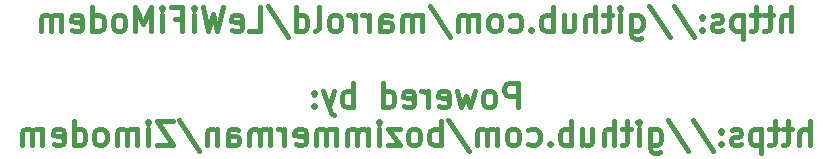
<source format=gbr>
%TF.GenerationSoftware,KiCad,Pcbnew,(6.0.11)*%
%TF.CreationDate,2024-01-03T20:32:58+00:00*%
%TF.ProjectId,LeWiFiModemCase,4c655769-4669-44d6-9f64-656d43617365,rev?*%
%TF.SameCoordinates,Original*%
%TF.FileFunction,Legend,Bot*%
%TF.FilePolarity,Positive*%
%FSLAX46Y46*%
G04 Gerber Fmt 4.6, Leading zero omitted, Abs format (unit mm)*
G04 Created by KiCad (PCBNEW (6.0.11)) date 2024-01-03 20:32:58*
%MOMM*%
%LPD*%
G01*
G04 APERTURE LIST*
%ADD10C,0.400000*%
G04 APERTURE END LIST*
D10*
X181954404Y-81929761D02*
X181954404Y-79929761D01*
X181097261Y-81929761D02*
X181097261Y-80882142D01*
X181192500Y-80691666D01*
X181382976Y-80596428D01*
X181668690Y-80596428D01*
X181859166Y-80691666D01*
X181954404Y-80786904D01*
X180430595Y-80596428D02*
X179668690Y-80596428D01*
X180144880Y-79929761D02*
X180144880Y-81644047D01*
X180049642Y-81834523D01*
X179859166Y-81929761D01*
X179668690Y-81929761D01*
X179287738Y-80596428D02*
X178525833Y-80596428D01*
X179002023Y-79929761D02*
X179002023Y-81644047D01*
X178906785Y-81834523D01*
X178716309Y-81929761D01*
X178525833Y-81929761D01*
X177859166Y-80596428D02*
X177859166Y-82596428D01*
X177859166Y-80691666D02*
X177668690Y-80596428D01*
X177287738Y-80596428D01*
X177097261Y-80691666D01*
X177002023Y-80786904D01*
X176906785Y-80977380D01*
X176906785Y-81548809D01*
X177002023Y-81739285D01*
X177097261Y-81834523D01*
X177287738Y-81929761D01*
X177668690Y-81929761D01*
X177859166Y-81834523D01*
X176144880Y-81834523D02*
X175954404Y-81929761D01*
X175573452Y-81929761D01*
X175382976Y-81834523D01*
X175287738Y-81644047D01*
X175287738Y-81548809D01*
X175382976Y-81358333D01*
X175573452Y-81263095D01*
X175859166Y-81263095D01*
X176049642Y-81167857D01*
X176144880Y-80977380D01*
X176144880Y-80882142D01*
X176049642Y-80691666D01*
X175859166Y-80596428D01*
X175573452Y-80596428D01*
X175382976Y-80691666D01*
X174430595Y-81739285D02*
X174335357Y-81834523D01*
X174430595Y-81929761D01*
X174525833Y-81834523D01*
X174430595Y-81739285D01*
X174430595Y-81929761D01*
X174430595Y-80691666D02*
X174335357Y-80786904D01*
X174430595Y-80882142D01*
X174525833Y-80786904D01*
X174430595Y-80691666D01*
X174430595Y-80882142D01*
X172049642Y-79834523D02*
X173763928Y-82405952D01*
X169954404Y-79834523D02*
X171668690Y-82405952D01*
X168430595Y-80596428D02*
X168430595Y-82215476D01*
X168525833Y-82405952D01*
X168621071Y-82501190D01*
X168811547Y-82596428D01*
X169097261Y-82596428D01*
X169287738Y-82501190D01*
X168430595Y-81834523D02*
X168621071Y-81929761D01*
X169002023Y-81929761D01*
X169192500Y-81834523D01*
X169287738Y-81739285D01*
X169382976Y-81548809D01*
X169382976Y-80977380D01*
X169287738Y-80786904D01*
X169192500Y-80691666D01*
X169002023Y-80596428D01*
X168621071Y-80596428D01*
X168430595Y-80691666D01*
X167478214Y-81929761D02*
X167478214Y-80596428D01*
X167478214Y-79929761D02*
X167573452Y-80025000D01*
X167478214Y-80120238D01*
X167382976Y-80025000D01*
X167478214Y-79929761D01*
X167478214Y-80120238D01*
X166811547Y-80596428D02*
X166049642Y-80596428D01*
X166525833Y-79929761D02*
X166525833Y-81644047D01*
X166430595Y-81834523D01*
X166240119Y-81929761D01*
X166049642Y-81929761D01*
X165382976Y-81929761D02*
X165382976Y-79929761D01*
X164525833Y-81929761D02*
X164525833Y-80882142D01*
X164621071Y-80691666D01*
X164811547Y-80596428D01*
X165097261Y-80596428D01*
X165287738Y-80691666D01*
X165382976Y-80786904D01*
X162716309Y-80596428D02*
X162716309Y-81929761D01*
X163573452Y-80596428D02*
X163573452Y-81644047D01*
X163478214Y-81834523D01*
X163287738Y-81929761D01*
X163002023Y-81929761D01*
X162811547Y-81834523D01*
X162716309Y-81739285D01*
X161763928Y-81929761D02*
X161763928Y-79929761D01*
X161763928Y-80691666D02*
X161573452Y-80596428D01*
X161192500Y-80596428D01*
X161002023Y-80691666D01*
X160906785Y-80786904D01*
X160811547Y-80977380D01*
X160811547Y-81548809D01*
X160906785Y-81739285D01*
X161002023Y-81834523D01*
X161192500Y-81929761D01*
X161573452Y-81929761D01*
X161763928Y-81834523D01*
X159954404Y-81739285D02*
X159859166Y-81834523D01*
X159954404Y-81929761D01*
X160049642Y-81834523D01*
X159954404Y-81739285D01*
X159954404Y-81929761D01*
X158144880Y-81834523D02*
X158335357Y-81929761D01*
X158716309Y-81929761D01*
X158906785Y-81834523D01*
X159002023Y-81739285D01*
X159097261Y-81548809D01*
X159097261Y-80977380D01*
X159002023Y-80786904D01*
X158906785Y-80691666D01*
X158716309Y-80596428D01*
X158335357Y-80596428D01*
X158144880Y-80691666D01*
X157002023Y-81929761D02*
X157192500Y-81834523D01*
X157287738Y-81739285D01*
X157382976Y-81548809D01*
X157382976Y-80977380D01*
X157287738Y-80786904D01*
X157192500Y-80691666D01*
X157002023Y-80596428D01*
X156716309Y-80596428D01*
X156525833Y-80691666D01*
X156430595Y-80786904D01*
X156335357Y-80977380D01*
X156335357Y-81548809D01*
X156430595Y-81739285D01*
X156525833Y-81834523D01*
X156716309Y-81929761D01*
X157002023Y-81929761D01*
X155478214Y-81929761D02*
X155478214Y-80596428D01*
X155478214Y-80786904D02*
X155382976Y-80691666D01*
X155192500Y-80596428D01*
X154906785Y-80596428D01*
X154716309Y-80691666D01*
X154621071Y-80882142D01*
X154621071Y-81929761D01*
X154621071Y-80882142D02*
X154525833Y-80691666D01*
X154335357Y-80596428D01*
X154049642Y-80596428D01*
X153859166Y-80691666D01*
X153763928Y-80882142D01*
X153763928Y-81929761D01*
X151382976Y-79834523D02*
X153097261Y-82405952D01*
X150716309Y-81929761D02*
X150716309Y-80596428D01*
X150716309Y-80786904D02*
X150621071Y-80691666D01*
X150430595Y-80596428D01*
X150144880Y-80596428D01*
X149954404Y-80691666D01*
X149859166Y-80882142D01*
X149859166Y-81929761D01*
X149859166Y-80882142D02*
X149763928Y-80691666D01*
X149573452Y-80596428D01*
X149287738Y-80596428D01*
X149097261Y-80691666D01*
X149002023Y-80882142D01*
X149002023Y-81929761D01*
X147192500Y-81929761D02*
X147192500Y-80882142D01*
X147287738Y-80691666D01*
X147478214Y-80596428D01*
X147859166Y-80596428D01*
X148049642Y-80691666D01*
X147192500Y-81834523D02*
X147382976Y-81929761D01*
X147859166Y-81929761D01*
X148049642Y-81834523D01*
X148144880Y-81644047D01*
X148144880Y-81453571D01*
X148049642Y-81263095D01*
X147859166Y-81167857D01*
X147382976Y-81167857D01*
X147192500Y-81072619D01*
X146240119Y-81929761D02*
X146240119Y-80596428D01*
X146240119Y-80977380D02*
X146144880Y-80786904D01*
X146049642Y-80691666D01*
X145859166Y-80596428D01*
X145668690Y-80596428D01*
X145002023Y-81929761D02*
X145002023Y-80596428D01*
X145002023Y-80977380D02*
X144906785Y-80786904D01*
X144811547Y-80691666D01*
X144621071Y-80596428D01*
X144430595Y-80596428D01*
X143478214Y-81929761D02*
X143668690Y-81834523D01*
X143763928Y-81739285D01*
X143859166Y-81548809D01*
X143859166Y-80977380D01*
X143763928Y-80786904D01*
X143668690Y-80691666D01*
X143478214Y-80596428D01*
X143192500Y-80596428D01*
X143002023Y-80691666D01*
X142906785Y-80786904D01*
X142811547Y-80977380D01*
X142811547Y-81548809D01*
X142906785Y-81739285D01*
X143002023Y-81834523D01*
X143192500Y-81929761D01*
X143478214Y-81929761D01*
X141668690Y-81929761D02*
X141859166Y-81834523D01*
X141954404Y-81644047D01*
X141954404Y-79929761D01*
X140049642Y-81929761D02*
X140049642Y-79929761D01*
X140049642Y-81834523D02*
X140240119Y-81929761D01*
X140621071Y-81929761D01*
X140811547Y-81834523D01*
X140906785Y-81739285D01*
X141002023Y-81548809D01*
X141002023Y-80977380D01*
X140906785Y-80786904D01*
X140811547Y-80691666D01*
X140621071Y-80596428D01*
X140240119Y-80596428D01*
X140049642Y-80691666D01*
X137668690Y-79834523D02*
X139382976Y-82405952D01*
X136049642Y-81929761D02*
X137002023Y-81929761D01*
X137002023Y-79929761D01*
X134621071Y-81834523D02*
X134811547Y-81929761D01*
X135192500Y-81929761D01*
X135382976Y-81834523D01*
X135478214Y-81644047D01*
X135478214Y-80882142D01*
X135382976Y-80691666D01*
X135192500Y-80596428D01*
X134811547Y-80596428D01*
X134621071Y-80691666D01*
X134525833Y-80882142D01*
X134525833Y-81072619D01*
X135478214Y-81263095D01*
X133859166Y-79929761D02*
X133382976Y-81929761D01*
X133002023Y-80501190D01*
X132621071Y-81929761D01*
X132144880Y-79929761D01*
X131382976Y-81929761D02*
X131382976Y-80596428D01*
X131382976Y-79929761D02*
X131478214Y-80025000D01*
X131382976Y-80120238D01*
X131287738Y-80025000D01*
X131382976Y-79929761D01*
X131382976Y-80120238D01*
X129763928Y-80882142D02*
X130430595Y-80882142D01*
X130430595Y-81929761D02*
X130430595Y-79929761D01*
X129478214Y-79929761D01*
X128716309Y-81929761D02*
X128716309Y-80596428D01*
X128716309Y-79929761D02*
X128811547Y-80025000D01*
X128716309Y-80120238D01*
X128621071Y-80025000D01*
X128716309Y-79929761D01*
X128716309Y-80120238D01*
X127763928Y-81929761D02*
X127763928Y-79929761D01*
X127097261Y-81358333D01*
X126430595Y-79929761D01*
X126430595Y-81929761D01*
X125192500Y-81929761D02*
X125382976Y-81834523D01*
X125478214Y-81739285D01*
X125573452Y-81548809D01*
X125573452Y-80977380D01*
X125478214Y-80786904D01*
X125382976Y-80691666D01*
X125192500Y-80596428D01*
X124906785Y-80596428D01*
X124716309Y-80691666D01*
X124621071Y-80786904D01*
X124525833Y-80977380D01*
X124525833Y-81548809D01*
X124621071Y-81739285D01*
X124716309Y-81834523D01*
X124906785Y-81929761D01*
X125192500Y-81929761D01*
X122811547Y-81929761D02*
X122811547Y-79929761D01*
X122811547Y-81834523D02*
X123002023Y-81929761D01*
X123382976Y-81929761D01*
X123573452Y-81834523D01*
X123668690Y-81739285D01*
X123763928Y-81548809D01*
X123763928Y-80977380D01*
X123668690Y-80786904D01*
X123573452Y-80691666D01*
X123382976Y-80596428D01*
X123002023Y-80596428D01*
X122811547Y-80691666D01*
X121097261Y-81834523D02*
X121287738Y-81929761D01*
X121668690Y-81929761D01*
X121859166Y-81834523D01*
X121954404Y-81644047D01*
X121954404Y-80882142D01*
X121859166Y-80691666D01*
X121668690Y-80596428D01*
X121287738Y-80596428D01*
X121097261Y-80691666D01*
X121002023Y-80882142D01*
X121002023Y-81072619D01*
X121954404Y-81263095D01*
X120144880Y-81929761D02*
X120144880Y-80596428D01*
X120144880Y-80786904D02*
X120049642Y-80691666D01*
X119859166Y-80596428D01*
X119573452Y-80596428D01*
X119382976Y-80691666D01*
X119287738Y-80882142D01*
X119287738Y-81929761D01*
X119287738Y-80882142D02*
X119192500Y-80691666D01*
X119002023Y-80596428D01*
X118716309Y-80596428D01*
X118525833Y-80691666D01*
X118430595Y-80882142D01*
X118430595Y-81929761D01*
X158811547Y-88369761D02*
X158811547Y-86369761D01*
X158049642Y-86369761D01*
X157859166Y-86465000D01*
X157763928Y-86560238D01*
X157668690Y-86750714D01*
X157668690Y-87036428D01*
X157763928Y-87226904D01*
X157859166Y-87322142D01*
X158049642Y-87417380D01*
X158811547Y-87417380D01*
X156525833Y-88369761D02*
X156716309Y-88274523D01*
X156811547Y-88179285D01*
X156906785Y-87988809D01*
X156906785Y-87417380D01*
X156811547Y-87226904D01*
X156716309Y-87131666D01*
X156525833Y-87036428D01*
X156240119Y-87036428D01*
X156049642Y-87131666D01*
X155954404Y-87226904D01*
X155859166Y-87417380D01*
X155859166Y-87988809D01*
X155954404Y-88179285D01*
X156049642Y-88274523D01*
X156240119Y-88369761D01*
X156525833Y-88369761D01*
X155192500Y-87036428D02*
X154811547Y-88369761D01*
X154430595Y-87417380D01*
X154049642Y-88369761D01*
X153668690Y-87036428D01*
X152144880Y-88274523D02*
X152335357Y-88369761D01*
X152716309Y-88369761D01*
X152906785Y-88274523D01*
X153002023Y-88084047D01*
X153002023Y-87322142D01*
X152906785Y-87131666D01*
X152716309Y-87036428D01*
X152335357Y-87036428D01*
X152144880Y-87131666D01*
X152049642Y-87322142D01*
X152049642Y-87512619D01*
X153002023Y-87703095D01*
X151192500Y-88369761D02*
X151192500Y-87036428D01*
X151192500Y-87417380D02*
X151097261Y-87226904D01*
X151002023Y-87131666D01*
X150811547Y-87036428D01*
X150621071Y-87036428D01*
X149192500Y-88274523D02*
X149382976Y-88369761D01*
X149763928Y-88369761D01*
X149954404Y-88274523D01*
X150049642Y-88084047D01*
X150049642Y-87322142D01*
X149954404Y-87131666D01*
X149763928Y-87036428D01*
X149382976Y-87036428D01*
X149192500Y-87131666D01*
X149097261Y-87322142D01*
X149097261Y-87512619D01*
X150049642Y-87703095D01*
X147382976Y-88369761D02*
X147382976Y-86369761D01*
X147382976Y-88274523D02*
X147573452Y-88369761D01*
X147954404Y-88369761D01*
X148144880Y-88274523D01*
X148240119Y-88179285D01*
X148335357Y-87988809D01*
X148335357Y-87417380D01*
X148240119Y-87226904D01*
X148144880Y-87131666D01*
X147954404Y-87036428D01*
X147573452Y-87036428D01*
X147382976Y-87131666D01*
X144906785Y-88369761D02*
X144906785Y-86369761D01*
X144906785Y-87131666D02*
X144716309Y-87036428D01*
X144335357Y-87036428D01*
X144144880Y-87131666D01*
X144049642Y-87226904D01*
X143954404Y-87417380D01*
X143954404Y-87988809D01*
X144049642Y-88179285D01*
X144144880Y-88274523D01*
X144335357Y-88369761D01*
X144716309Y-88369761D01*
X144906785Y-88274523D01*
X143287738Y-87036428D02*
X142811547Y-88369761D01*
X142335357Y-87036428D02*
X142811547Y-88369761D01*
X143002023Y-88845952D01*
X143097261Y-88941190D01*
X143287738Y-89036428D01*
X141573452Y-88179285D02*
X141478214Y-88274523D01*
X141573452Y-88369761D01*
X141668690Y-88274523D01*
X141573452Y-88179285D01*
X141573452Y-88369761D01*
X141573452Y-87131666D02*
X141478214Y-87226904D01*
X141573452Y-87322142D01*
X141668690Y-87226904D01*
X141573452Y-87131666D01*
X141573452Y-87322142D01*
X183525833Y-91589761D02*
X183525833Y-89589761D01*
X182668690Y-91589761D02*
X182668690Y-90542142D01*
X182763928Y-90351666D01*
X182954404Y-90256428D01*
X183240119Y-90256428D01*
X183430595Y-90351666D01*
X183525833Y-90446904D01*
X182002023Y-90256428D02*
X181240119Y-90256428D01*
X181716309Y-89589761D02*
X181716309Y-91304047D01*
X181621071Y-91494523D01*
X181430595Y-91589761D01*
X181240119Y-91589761D01*
X180859166Y-90256428D02*
X180097261Y-90256428D01*
X180573452Y-89589761D02*
X180573452Y-91304047D01*
X180478214Y-91494523D01*
X180287738Y-91589761D01*
X180097261Y-91589761D01*
X179430595Y-90256428D02*
X179430595Y-92256428D01*
X179430595Y-90351666D02*
X179240119Y-90256428D01*
X178859166Y-90256428D01*
X178668690Y-90351666D01*
X178573452Y-90446904D01*
X178478214Y-90637380D01*
X178478214Y-91208809D01*
X178573452Y-91399285D01*
X178668690Y-91494523D01*
X178859166Y-91589761D01*
X179240119Y-91589761D01*
X179430595Y-91494523D01*
X177716309Y-91494523D02*
X177525833Y-91589761D01*
X177144880Y-91589761D01*
X176954404Y-91494523D01*
X176859166Y-91304047D01*
X176859166Y-91208809D01*
X176954404Y-91018333D01*
X177144880Y-90923095D01*
X177430595Y-90923095D01*
X177621071Y-90827857D01*
X177716309Y-90637380D01*
X177716309Y-90542142D01*
X177621071Y-90351666D01*
X177430595Y-90256428D01*
X177144880Y-90256428D01*
X176954404Y-90351666D01*
X176002023Y-91399285D02*
X175906785Y-91494523D01*
X176002023Y-91589761D01*
X176097261Y-91494523D01*
X176002023Y-91399285D01*
X176002023Y-91589761D01*
X176002023Y-90351666D02*
X175906785Y-90446904D01*
X176002023Y-90542142D01*
X176097261Y-90446904D01*
X176002023Y-90351666D01*
X176002023Y-90542142D01*
X173621071Y-89494523D02*
X175335357Y-92065952D01*
X171525833Y-89494523D02*
X173240119Y-92065952D01*
X170002023Y-90256428D02*
X170002023Y-91875476D01*
X170097261Y-92065952D01*
X170192500Y-92161190D01*
X170382976Y-92256428D01*
X170668690Y-92256428D01*
X170859166Y-92161190D01*
X170002023Y-91494523D02*
X170192500Y-91589761D01*
X170573452Y-91589761D01*
X170763928Y-91494523D01*
X170859166Y-91399285D01*
X170954404Y-91208809D01*
X170954404Y-90637380D01*
X170859166Y-90446904D01*
X170763928Y-90351666D01*
X170573452Y-90256428D01*
X170192500Y-90256428D01*
X170002023Y-90351666D01*
X169049642Y-91589761D02*
X169049642Y-90256428D01*
X169049642Y-89589761D02*
X169144880Y-89685000D01*
X169049642Y-89780238D01*
X168954404Y-89685000D01*
X169049642Y-89589761D01*
X169049642Y-89780238D01*
X168382976Y-90256428D02*
X167621071Y-90256428D01*
X168097261Y-89589761D02*
X168097261Y-91304047D01*
X168002023Y-91494523D01*
X167811547Y-91589761D01*
X167621071Y-91589761D01*
X166954404Y-91589761D02*
X166954404Y-89589761D01*
X166097261Y-91589761D02*
X166097261Y-90542142D01*
X166192500Y-90351666D01*
X166382976Y-90256428D01*
X166668690Y-90256428D01*
X166859166Y-90351666D01*
X166954404Y-90446904D01*
X164287738Y-90256428D02*
X164287738Y-91589761D01*
X165144880Y-90256428D02*
X165144880Y-91304047D01*
X165049642Y-91494523D01*
X164859166Y-91589761D01*
X164573452Y-91589761D01*
X164382976Y-91494523D01*
X164287738Y-91399285D01*
X163335357Y-91589761D02*
X163335357Y-89589761D01*
X163335357Y-90351666D02*
X163144880Y-90256428D01*
X162763928Y-90256428D01*
X162573452Y-90351666D01*
X162478214Y-90446904D01*
X162382976Y-90637380D01*
X162382976Y-91208809D01*
X162478214Y-91399285D01*
X162573452Y-91494523D01*
X162763928Y-91589761D01*
X163144880Y-91589761D01*
X163335357Y-91494523D01*
X161525833Y-91399285D02*
X161430595Y-91494523D01*
X161525833Y-91589761D01*
X161621071Y-91494523D01*
X161525833Y-91399285D01*
X161525833Y-91589761D01*
X159716309Y-91494523D02*
X159906785Y-91589761D01*
X160287738Y-91589761D01*
X160478214Y-91494523D01*
X160573452Y-91399285D01*
X160668690Y-91208809D01*
X160668690Y-90637380D01*
X160573452Y-90446904D01*
X160478214Y-90351666D01*
X160287738Y-90256428D01*
X159906785Y-90256428D01*
X159716309Y-90351666D01*
X158573452Y-91589761D02*
X158763928Y-91494523D01*
X158859166Y-91399285D01*
X158954404Y-91208809D01*
X158954404Y-90637380D01*
X158859166Y-90446904D01*
X158763928Y-90351666D01*
X158573452Y-90256428D01*
X158287738Y-90256428D01*
X158097261Y-90351666D01*
X158002023Y-90446904D01*
X157906785Y-90637380D01*
X157906785Y-91208809D01*
X158002023Y-91399285D01*
X158097261Y-91494523D01*
X158287738Y-91589761D01*
X158573452Y-91589761D01*
X157049642Y-91589761D02*
X157049642Y-90256428D01*
X157049642Y-90446904D02*
X156954404Y-90351666D01*
X156763928Y-90256428D01*
X156478214Y-90256428D01*
X156287738Y-90351666D01*
X156192500Y-90542142D01*
X156192500Y-91589761D01*
X156192500Y-90542142D02*
X156097261Y-90351666D01*
X155906785Y-90256428D01*
X155621071Y-90256428D01*
X155430595Y-90351666D01*
X155335357Y-90542142D01*
X155335357Y-91589761D01*
X152954404Y-89494523D02*
X154668690Y-92065952D01*
X152287738Y-91589761D02*
X152287738Y-89589761D01*
X152287738Y-90351666D02*
X152097261Y-90256428D01*
X151716309Y-90256428D01*
X151525833Y-90351666D01*
X151430595Y-90446904D01*
X151335357Y-90637380D01*
X151335357Y-91208809D01*
X151430595Y-91399285D01*
X151525833Y-91494523D01*
X151716309Y-91589761D01*
X152097261Y-91589761D01*
X152287738Y-91494523D01*
X150192500Y-91589761D02*
X150382976Y-91494523D01*
X150478214Y-91399285D01*
X150573452Y-91208809D01*
X150573452Y-90637380D01*
X150478214Y-90446904D01*
X150382976Y-90351666D01*
X150192500Y-90256428D01*
X149906785Y-90256428D01*
X149716309Y-90351666D01*
X149621071Y-90446904D01*
X149525833Y-90637380D01*
X149525833Y-91208809D01*
X149621071Y-91399285D01*
X149716309Y-91494523D01*
X149906785Y-91589761D01*
X150192500Y-91589761D01*
X148859166Y-90256428D02*
X147811547Y-90256428D01*
X148859166Y-91589761D01*
X147811547Y-91589761D01*
X147049642Y-91589761D02*
X147049642Y-90256428D01*
X147049642Y-89589761D02*
X147144880Y-89685000D01*
X147049642Y-89780238D01*
X146954404Y-89685000D01*
X147049642Y-89589761D01*
X147049642Y-89780238D01*
X146097261Y-91589761D02*
X146097261Y-90256428D01*
X146097261Y-90446904D02*
X146002023Y-90351666D01*
X145811547Y-90256428D01*
X145525833Y-90256428D01*
X145335357Y-90351666D01*
X145240119Y-90542142D01*
X145240119Y-91589761D01*
X145240119Y-90542142D02*
X145144880Y-90351666D01*
X144954404Y-90256428D01*
X144668690Y-90256428D01*
X144478214Y-90351666D01*
X144382976Y-90542142D01*
X144382976Y-91589761D01*
X143430595Y-91589761D02*
X143430595Y-90256428D01*
X143430595Y-90446904D02*
X143335357Y-90351666D01*
X143144880Y-90256428D01*
X142859166Y-90256428D01*
X142668690Y-90351666D01*
X142573452Y-90542142D01*
X142573452Y-91589761D01*
X142573452Y-90542142D02*
X142478214Y-90351666D01*
X142287738Y-90256428D01*
X142002023Y-90256428D01*
X141811547Y-90351666D01*
X141716309Y-90542142D01*
X141716309Y-91589761D01*
X140002023Y-91494523D02*
X140192500Y-91589761D01*
X140573452Y-91589761D01*
X140763928Y-91494523D01*
X140859166Y-91304047D01*
X140859166Y-90542142D01*
X140763928Y-90351666D01*
X140573452Y-90256428D01*
X140192500Y-90256428D01*
X140002023Y-90351666D01*
X139906785Y-90542142D01*
X139906785Y-90732619D01*
X140859166Y-90923095D01*
X139049642Y-91589761D02*
X139049642Y-90256428D01*
X139049642Y-90637380D02*
X138954404Y-90446904D01*
X138859166Y-90351666D01*
X138668690Y-90256428D01*
X138478214Y-90256428D01*
X137811547Y-91589761D02*
X137811547Y-90256428D01*
X137811547Y-90446904D02*
X137716309Y-90351666D01*
X137525833Y-90256428D01*
X137240119Y-90256428D01*
X137049642Y-90351666D01*
X136954404Y-90542142D01*
X136954404Y-91589761D01*
X136954404Y-90542142D02*
X136859166Y-90351666D01*
X136668690Y-90256428D01*
X136382976Y-90256428D01*
X136192500Y-90351666D01*
X136097261Y-90542142D01*
X136097261Y-91589761D01*
X134287738Y-91589761D02*
X134287738Y-90542142D01*
X134382976Y-90351666D01*
X134573452Y-90256428D01*
X134954404Y-90256428D01*
X135144880Y-90351666D01*
X134287738Y-91494523D02*
X134478214Y-91589761D01*
X134954404Y-91589761D01*
X135144880Y-91494523D01*
X135240119Y-91304047D01*
X135240119Y-91113571D01*
X135144880Y-90923095D01*
X134954404Y-90827857D01*
X134478214Y-90827857D01*
X134287738Y-90732619D01*
X133335357Y-90256428D02*
X133335357Y-91589761D01*
X133335357Y-90446904D02*
X133240119Y-90351666D01*
X133049642Y-90256428D01*
X132763928Y-90256428D01*
X132573452Y-90351666D01*
X132478214Y-90542142D01*
X132478214Y-91589761D01*
X130097261Y-89494523D02*
X131811547Y-92065952D01*
X129621071Y-89589761D02*
X128287738Y-89589761D01*
X129621071Y-91589761D01*
X128287738Y-91589761D01*
X127525833Y-91589761D02*
X127525833Y-90256428D01*
X127525833Y-89589761D02*
X127621071Y-89685000D01*
X127525833Y-89780238D01*
X127430595Y-89685000D01*
X127525833Y-89589761D01*
X127525833Y-89780238D01*
X126573452Y-91589761D02*
X126573452Y-90256428D01*
X126573452Y-90446904D02*
X126478214Y-90351666D01*
X126287738Y-90256428D01*
X126002023Y-90256428D01*
X125811547Y-90351666D01*
X125716309Y-90542142D01*
X125716309Y-91589761D01*
X125716309Y-90542142D02*
X125621071Y-90351666D01*
X125430595Y-90256428D01*
X125144880Y-90256428D01*
X124954404Y-90351666D01*
X124859166Y-90542142D01*
X124859166Y-91589761D01*
X123621071Y-91589761D02*
X123811547Y-91494523D01*
X123906785Y-91399285D01*
X124002023Y-91208809D01*
X124002023Y-90637380D01*
X123906785Y-90446904D01*
X123811547Y-90351666D01*
X123621071Y-90256428D01*
X123335357Y-90256428D01*
X123144880Y-90351666D01*
X123049642Y-90446904D01*
X122954404Y-90637380D01*
X122954404Y-91208809D01*
X123049642Y-91399285D01*
X123144880Y-91494523D01*
X123335357Y-91589761D01*
X123621071Y-91589761D01*
X121240119Y-91589761D02*
X121240119Y-89589761D01*
X121240119Y-91494523D02*
X121430595Y-91589761D01*
X121811547Y-91589761D01*
X122002023Y-91494523D01*
X122097261Y-91399285D01*
X122192500Y-91208809D01*
X122192500Y-90637380D01*
X122097261Y-90446904D01*
X122002023Y-90351666D01*
X121811547Y-90256428D01*
X121430595Y-90256428D01*
X121240119Y-90351666D01*
X119525833Y-91494523D02*
X119716309Y-91589761D01*
X120097261Y-91589761D01*
X120287738Y-91494523D01*
X120382976Y-91304047D01*
X120382976Y-90542142D01*
X120287738Y-90351666D01*
X120097261Y-90256428D01*
X119716309Y-90256428D01*
X119525833Y-90351666D01*
X119430595Y-90542142D01*
X119430595Y-90732619D01*
X120382976Y-90923095D01*
X118573452Y-91589761D02*
X118573452Y-90256428D01*
X118573452Y-90446904D02*
X118478214Y-90351666D01*
X118287738Y-90256428D01*
X118002023Y-90256428D01*
X117811547Y-90351666D01*
X117716309Y-90542142D01*
X117716309Y-91589761D01*
X117716309Y-90542142D02*
X117621071Y-90351666D01*
X117430595Y-90256428D01*
X117144880Y-90256428D01*
X116954404Y-90351666D01*
X116859166Y-90542142D01*
X116859166Y-91589761D01*
M02*

</source>
